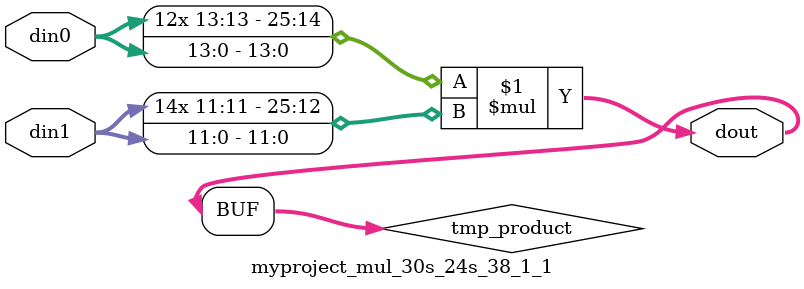
<source format=v>

`timescale 1 ns / 1 ps

  module myproject_mul_30s_24s_38_1_1(din0, din1, dout);
parameter ID = 1;
parameter NUM_STAGE = 0;
parameter din0_WIDTH = 14;
parameter din1_WIDTH = 12;
parameter dout_WIDTH = 26;

input [din0_WIDTH - 1 : 0] din0; 
input [din1_WIDTH - 1 : 0] din1; 
output [dout_WIDTH - 1 : 0] dout;

wire signed [dout_WIDTH - 1 : 0] tmp_product;













assign tmp_product = $signed(din0) * $signed(din1);








assign dout = tmp_product;







endmodule

</source>
